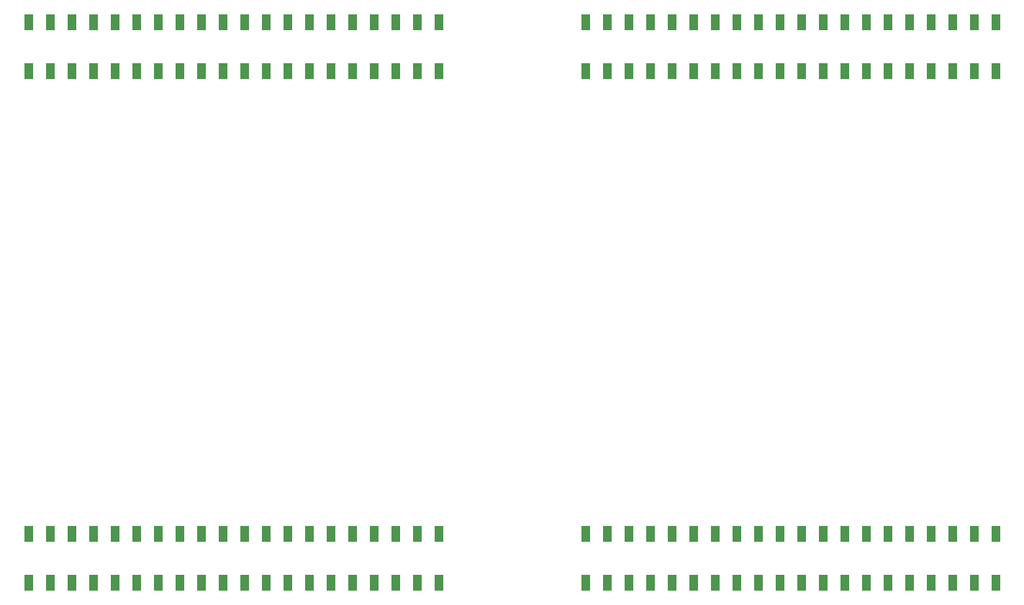
<source format=gbp>
G04 EAGLE Gerber RS-274X export*
G75*
%MOMM*%
%FSLAX34Y34*%
%LPD*%
%INSolderpaste Bottom*%
%IPPOS*%
%AMOC8*
5,1,8,0,0,1.08239X$1,22.5*%
G01*
%ADD10R,1.020000X1.870000*%


D10*
X83720Y496285D03*
X83720Y553435D03*
X109120Y496285D03*
X109120Y553435D03*
X134520Y496285D03*
X134520Y553435D03*
X159920Y496285D03*
X159920Y553435D03*
X185320Y496285D03*
X185320Y553435D03*
X210720Y496285D03*
X210720Y553435D03*
X236120Y496285D03*
X236120Y553435D03*
X261520Y496285D03*
X261520Y553435D03*
X286920Y496285D03*
X286920Y553435D03*
X312320Y496285D03*
X312320Y553435D03*
X337720Y496285D03*
X337720Y553435D03*
X363120Y496285D03*
X363120Y553435D03*
X388520Y496285D03*
X388520Y553435D03*
X413920Y496285D03*
X413920Y553435D03*
X439320Y496285D03*
X439320Y553435D03*
X464720Y496285D03*
X464720Y553435D03*
X490120Y496285D03*
X490120Y553435D03*
X515520Y496285D03*
X515520Y553435D03*
X540920Y496285D03*
X540920Y553435D03*
X566320Y496285D03*
X566320Y553435D03*
X738811Y496285D03*
X738811Y553435D03*
X764211Y496285D03*
X764211Y553435D03*
X789611Y496285D03*
X789611Y553435D03*
X815011Y496285D03*
X815011Y553435D03*
X840411Y496285D03*
X840411Y553435D03*
X865811Y496285D03*
X865811Y553435D03*
X891211Y496285D03*
X891211Y553435D03*
X916611Y496285D03*
X916611Y553435D03*
X942011Y496285D03*
X942011Y553435D03*
X967411Y496285D03*
X967411Y553435D03*
X992811Y496285D03*
X992811Y553435D03*
X1018211Y496285D03*
X1018211Y553435D03*
X1043611Y496285D03*
X1043611Y553435D03*
X1069011Y496285D03*
X1069011Y553435D03*
X1094411Y496285D03*
X1094411Y553435D03*
X1119811Y496285D03*
X1119811Y553435D03*
X1145211Y496285D03*
X1145211Y553435D03*
X1170611Y496285D03*
X1170611Y553435D03*
X1196011Y496285D03*
X1196011Y553435D03*
X1221411Y496285D03*
X1221411Y553435D03*
X83720Y1099383D03*
X83720Y1156533D03*
X109120Y1099383D03*
X109120Y1156533D03*
X134520Y1099383D03*
X134520Y1156533D03*
X159920Y1099383D03*
X159920Y1156533D03*
X185320Y1099383D03*
X185320Y1156533D03*
X210720Y1099383D03*
X210720Y1156533D03*
X236120Y1099383D03*
X236120Y1156533D03*
X261520Y1099383D03*
X261520Y1156533D03*
X286920Y1099383D03*
X286920Y1156533D03*
X312320Y1099383D03*
X312320Y1156533D03*
X337720Y1099383D03*
X337720Y1156533D03*
X363120Y1099383D03*
X363120Y1156533D03*
X388520Y1099383D03*
X388520Y1156533D03*
X413920Y1099383D03*
X413920Y1156533D03*
X439320Y1099383D03*
X439320Y1156533D03*
X464720Y1099383D03*
X464720Y1156533D03*
X490120Y1099383D03*
X490120Y1156533D03*
X515520Y1099383D03*
X515520Y1156533D03*
X540920Y1099383D03*
X540920Y1156533D03*
X566320Y1099383D03*
X566320Y1156533D03*
X738811Y1099383D03*
X738811Y1156533D03*
X764211Y1099383D03*
X764211Y1156533D03*
X789611Y1099383D03*
X789611Y1156533D03*
X815011Y1099383D03*
X815011Y1156533D03*
X840411Y1099383D03*
X840411Y1156533D03*
X865811Y1099383D03*
X865811Y1156533D03*
X891211Y1099383D03*
X891211Y1156533D03*
X916611Y1099383D03*
X916611Y1156533D03*
X942011Y1099383D03*
X942011Y1156533D03*
X967411Y1099383D03*
X967411Y1156533D03*
X992811Y1099383D03*
X992811Y1156533D03*
X1018211Y1099383D03*
X1018211Y1156533D03*
X1043611Y1099383D03*
X1043611Y1156533D03*
X1069011Y1099383D03*
X1069011Y1156533D03*
X1094411Y1099383D03*
X1094411Y1156533D03*
X1119811Y1099383D03*
X1119811Y1156533D03*
X1145211Y1099383D03*
X1145211Y1156533D03*
X1170611Y1099383D03*
X1170611Y1156533D03*
X1196011Y1099383D03*
X1196011Y1156533D03*
X1221411Y1099383D03*
X1221411Y1156533D03*
M02*

</source>
